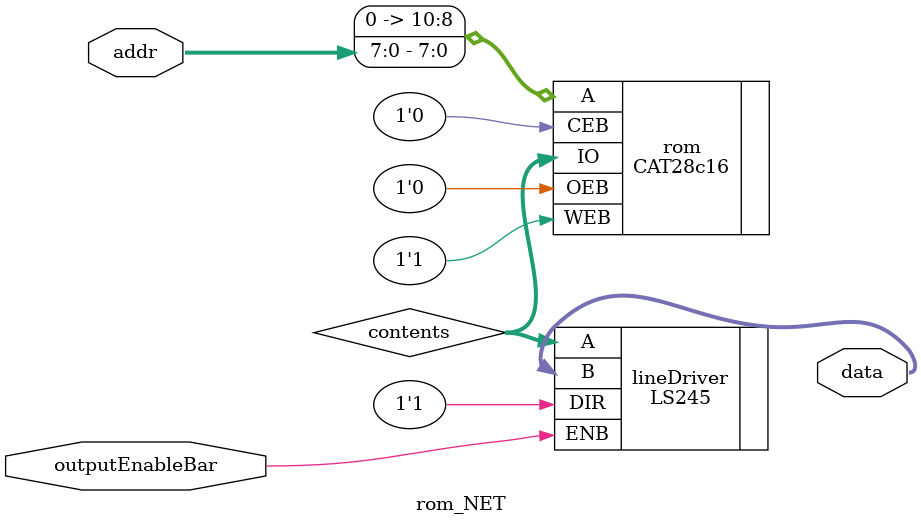
<source format=v>

module rom_NET (input outputEnableBar,
                input [7:0] addr,
                output [7:0] data);

   wire [7:0] contents; // for display on LEDs

   CAT28c16 rom
     (.WEB(1'b1),
      .OEB(1'b0),
      .CEB(1'b0),
      .A({3'b0,addr}),
      .IO(contents)
      );

   LS245 lineDriver (.ENB(outputEnableBar), .DIR(1'b1), .A(contents), .B(data));

endmodule

</source>
